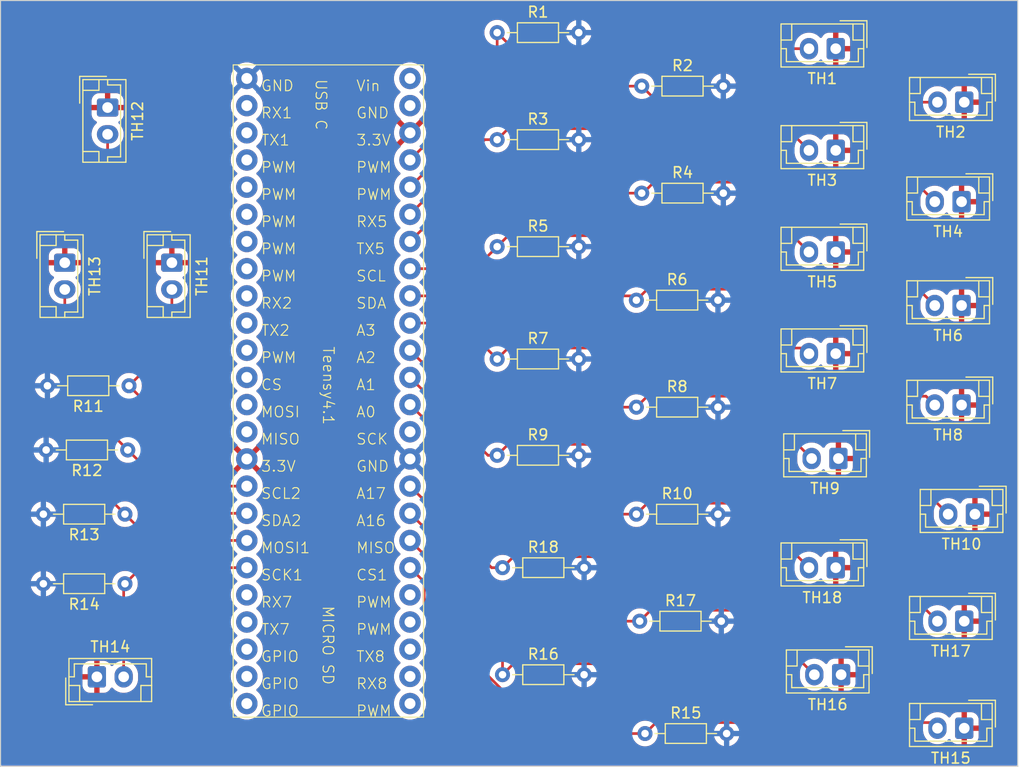
<source format=kicad_pcb>
(kicad_pcb (version 20240108) (generator "pcbnew") (generator_version "8.0")
  (layers (0 "F.Cu" signal) (31 "B.Cu" signal) (34 "B.Paste" user) (35 "F.Paste" user) (36 "B.SilkS" user "B.Silkscreen") (37 "F.SilkS" user "F.Silkscreen") (38 "B.Mask" user) (39 "F.Mask" user) (44 "Edge.Cuts" user))
  (net 0 "")
  (net 1 "Net-(Teensy4.1-SCL)")
  (net 2 "GND")
  (net 3 "Net-(Teensy4.1-SDA)")
  (net 4 "Net-(Teensy4.1-A3)")
  (net 5 "Net-(Teensy4.1-A2)")
  (net 6 "Net-(Teensy4.1-A1)")
  (net 7 "Net-(Teensy4.1-A0)")
  (net 8 "Net-(Teensy4.1-MOSI1)")
  (net 20 "Net-(R1-Pad1)")
  (net 29 "Net-(R2-Pad1)")
  (net 30 "Net-(Teensy4.1-RX5)")
  (net 31 "Net-(Teensy4.1-TX5)")
  (net 32 "Net-(Teensy4.1-SCL2)")
  (net 33 "Net-(Teensy4.1-SDA2)")
  (net 35 "Net-(Teensy4.1-SCK1)")
  (net 36 "Net-(Teensy4.1-CS1)")
  (net 37 "Net-(R16-Pad1)")
  (net 38 "Net-(Teensy4.1-A16)")
  (net 39 "Net-(Teensy4.1-A17)")
  (net 43 "+3.3V")
  (footprint "Resistor_THT:R_Axial_DIN0204_L3.6mm_D1.6mm_P7.62mm_Horizontal" (layer "F.Cu") (at 140.88 119)
    (property "Reference" "R16" (at 3.81 -1.92 0) (layer "F.SilkS"))
    (property "Value" "10kΩ")
    (pad "1" thru_hole circle (at 0 0) (size 1.4 1.4) (drill 0.7) (layers "*.Cu" "*.Mask") (net 37 "Net-(R16-Pad1)"))
    (pad "2" thru_hole oval (at 7.62 0) (size 1.4 1.4) (drill 0.7) (layers "*.Cu" "*.Mask") (net 2 "GND"))
  )
  (footprint "Resistor_THT:R_Axial_DIN0204_L3.6mm_D1.6mm_P7.62mm_Horizontal" (layer "F.Cu") (at 105.62 104 180)
    (property "Reference" "R13" (at 3.81 -1.92 0) (layer "F.SilkS"))
    (property "Value" "10kΩ")
    (pad "1" thru_hole circle (at 0 0 180) (size 1.4 1.4) (drill 0.7) (layers "*.Cu" "*.Mask") (net 8 "Net-(Teensy4.1-MOSI1)"))
    (pad "2" thru_hole oval (at 7.62 0 180) (size 1.4 1.4) (drill 0.7) (layers "*.Cu" "*.Mask") (net 2 "GND"))
  )
  (footprint "Resistor_THT:R_Axial_DIN0204_L3.6mm_D1.6mm_P7.62mm_Horizontal" (layer "F.Cu") (at 153.38 104)
    (property "Reference" "R10" (at 3.81 -1.92 0) (layer "F.SilkS"))
    (property "Value" "10kΩ")
    (pad "1" thru_hole circle (at 0 0) (size 1.4 1.4) (drill 0.7) (layers "*.Cu" "*.Mask") (net 7 "Net-(Teensy4.1-A0)"))
    (pad "2" thru_hole oval (at 7.62 0) (size 1.4 1.4) (drill 0.7) (layers "*.Cu" "*.Mask") (net 2 "GND"))
  )
  (footprint "Breakout Boards:Teensy_4.1" (layer "F.Cu") (at 124.62 92.49)
    (property "Reference" "Teensy4.1" (at 0 -0.5 -90) (layer "F.SilkS") (effects (font (thickness 0.1))))
    (property "Value" "~")
    (fp_text user "RX5" (at 2.54 -15.24 0) (layer "F.SilkS") (effects (font (thickness 0.1)) (justify left bottom)))
    (fp_text user "PWM" (at 2.54 -17.78 0) (layer "F.SilkS") (effects (font (thickness 0.1)) (justify left bottom)))
    (fp_text user "PWM" (at -6.35 -15.24 0) (layer "F.SilkS") (effects (font (thickness 0.1)) (justify left bottom)))
    (fp_text user "A16" (at 2.54 12.7 0) (layer "F.SilkS") (effects (font (thickness 0.1)) (justify left bottom)))
    (fp_text user "PWM" (at -6.35 -10.16 0) (layer "F.SilkS") (effects (font (thickness 0.1)) (justify left bottom)))
    (fp_text user "SCK" (at 2.54 5.08 0) (layer "F.SilkS") (effects (font (thickness 0.1)) (justify left bottom)))
    (fp_text user "USB C" (at -1.27 -29.21 -90) (layer "F.SilkS") (effects (font (thickness 0.1)) (justify left bottom)))
    (fp_text user "TX1" (at -6.35 -22.86 0) (layer "F.SilkS") (effects (font (thickness 0.1)) (justify left bottom)))
    (fp_text user "A1" (at 2.54 0 0) (layer "F.SilkS") (effects (font (thickness 0.1)) (justify left bottom)))
    (fp_text user "MOSI1" (at -6.35 15.24 0) (layer "F.SilkS") (effects (font (thickness 0.1)) (justify left bottom)))
    (fp_text user "RX7" (at -6.35 20.32 0) (layer "F.SilkS") (effects (font (thickness 0.1)) (justify left bottom)))
    (fp_text user "CS" (at -6.35 0 0) (layer "F.SilkS") (effects (font (thickness 0.1)) (justify left bottom)))
    (fp_text user "3.3V" (at -6.35 7.62 0) (layer "F.SilkS") (effects (font (thickness 0.1)) (justify left bottom)))
    (fp_text user "SCK1" (at -6.35 17.78 0) (layer "F.SilkS") (effects (font (thickness 0.1)) (justify left bottom)))
    (fp_text user "TX2" (at -6.35 -5.08 0) (layer "F.SilkS") (effects (font (thickness 0.1)) (justify left bottom)))
    (fp_text user "SCL" (at 2.54 -10.16 0) (layer "F.SilkS") (effects (font (thickness 0.1)) (justify left bottom)))
    (fp_text user "PWM" (at 2.54 -20.32 0) (layer "F.SilkS") (effects (font (thickness 0.1)) (justify left bottom)))
    (fp_text user "MISO" (at -6.35 5.08 0) (layer "F.SilkS") (effects (font (thickness 0.1)) (justify left bottom)))
    (fp_text user "GPIO" (at -6.35 30.48 0) (layer "F.SilkS") (effects (font (thickness 0.1)) (justify left bottom)))
    (fp_text user "GPIO" (at -6.35 25.4 0) (layer "F.SilkS") (effects (font (thickness 0.1)) (justify left bottom)))
    (fp_text user "A3" (at 2.54 -5.08 0) (layer "F.SilkS") (effects (font (thickness 0.1)) (justify left bottom)))
    (fp_text user "A0" (at 2.54 2.54 0) (layer "F.SilkS") (effects (font (thickness 0.1)) (justify left bottom)))
    (fp_text user "MISO" (at 2.54 15.24 0) (layer "F.SilkS") (effects (font (thickness 0.1)) (justify left bottom)))
    (fp_text user "TX5" (at 2.54 -12.7 0) (layer "F.SilkS") (effects (font (thickness 0.1)) (justify left bottom)))
    (fp_text user "3.3V" (at 2.54 -22.86 0) (layer "F.SilkS") (effects (font (thickness 0.1)) (justify left bottom)))
    (fp_text user "SCL2" (at -6.35 10.16 0) (layer "F.SilkS") (effects (font (thickness 0.1)) (justify left bottom)))
    (fp_text user "RX8" (at 2.54 27.94 0) (layer "F.SilkS") (effects (font (thickness 0.1)) (justify left bottom)))
    (fp_text user "PWM" (at -6.35 -20.32 0) (layer "F.SilkS") (effects (font (thickness 0.1)) (justify left bottom)))
    (fp_text user "PWM" (at -6.35 -2.54 0) (layer "F.SilkS") (effects (font (thickness 0.1)) (justify left bottom)))
    (fp_text user "CS1" (at 2.54 17.78 0) (layer "F.SilkS") (effects (font (thickness 0.1)) (justify left bottom)))
    (fp_text user "TX8" (at 2.54 25.4 0) (layer "F.SilkS") (effects (font (thickness 0.1)) (justify left bottom)))
    (fp_text user "GND" (at 2.54 7.62 0) (layer "F.SilkS") (effects (font (thickness 0.1)) (justify left bottom)))
    (fp_text user "GND" (at 2.54 -25.4 0) (layer "F.SilkS") (effects (font (thickness 0.1)) (justify left bottom)))
    (fp_text user "RX1" (at -6.35 -25.4 0) (layer "F.SilkS") (effects (font (thickness 0.1)) (justify left bottom)))
    (fp_text user "SDA2" (at -6.35 12.7 0) (layer "F.SilkS") (effects (font (thickness 0.1)) (justify left bottom)))
    (fp_text user "TX7" (at -6.35 22.86 0) (layer "F.SilkS") (effects (font (thickness 0.1)) (justify left bottom)))
    (fp_text user "MICRO SD" (at -0.62 20.01 -90) (layer "F.SilkS") (effects (font (thickness 0.1)) (justify left bottom)))
    (fp_text user "PWM" (at 2.54 20.32 0) (layer "F.SilkS") (effects (font (thickness 0.1)) (justify left bottom)))
    (fp_text user "Vin" (at 2.54 -27.94 0) (layer "F.SilkS") (effects (font (thickness 0.1)) (justify left bottom)))
    (fp_text user "A2" (at 2.54 -2.54 0) (layer "F.SilkS") (effects (font (thickness 0.1)) (justify left bottom)))
    (fp_text user "GPIO" (at -6.35 27.94 0) (layer "F.SilkS") (effects (font (thickness 0.1)) (justify left bottom)))
    (fp_text user "PWM" (at -6.35 -12.7 0) (layer "F.SilkS") (effects (font (thickness 0.1)) (justify left bottom)))
    (fp_text user "PWM" (at 2.54 30.48 0) (layer "F.SilkS") (effects (font (thickness 0.1)) (justify left bottom)))
    (fp_text user "PWM" (at 2.54 22.86 0) (layer "F.SilkS") (effects (font (thickness 0.1)) (justify left bottom)))
    (fp_text user "A17" (at 2.54 10.16 0) (layer "F.SilkS") (effects (font (thickness 0.1)) (justify left bottom)))
    (fp_text user "PWM" (at -6.35 -17.78 0) (layer "F.SilkS") (effects (font (thickness 0.1)) (justify left bottom)))
    (fp_text user "SDA" (at 2.54 -7.62 0) (layer "F.SilkS") (effects (font (thickness 0.1)) (justify left bottom)))
    (fp_text user "GND" (at -6.35 -27.94 0) (layer "F.SilkS") (effects (font (thickness 0.1)) (justify left bottom)))
    (fp_text user "RX2" (at -6.35 -7.62 0) (layer "F.SilkS") (effects (font (thickness 0.1)) (justify left bottom)))
    (fp_text user "MOSI" (at -6.35 2.54 0) (layer "F.SilkS") (effects (font (thickness 0.1)) (justify left bottom)))
    (pad "0" thru_hole circle (at -7.62 -29.21) (size 2 2) (drill 1.02) (layers "*.Cu" "*.Mask") (net 2 "GND"))
    (pad "1" thru_hole circle (at -7.62 -26.67) (size 2 2) (drill 1.02) (layers "*.Cu" "*.Mask"))
    (pad "2" thru_hole circle (at -7.62 -24.13) (size 2 2) (drill 1.02) (layers "*.Cu" "*.Mask"))
    (pad "3" thru_hole circle (at -7.62 -21.59) (size 2 2) (drill 1.02) (layers "*.Cu" "*.Mask"))
    (pad "4" thru_hole circle (at -7.62 -19.05) (size 2 2) (drill 1.02) (layers "*.Cu" "*.Mask"))
    (pad "5" thru_hole circle (at -7.62 -16.51) (size 2 2) (drill 1.02) (layers "*.Cu" "*.Mask"))
    (pad "6" thru_hole circle (at -7.62 -13.97) (size 2 2) (drill 1.02) (layers "*.Cu" "*.Mask"))
    (pad "7" thru_hole circle (at -7.62 -11.43) (size 2 2) (drill 1.02) (layers "*.Cu" "*.Mask"))
    (pad "8" thru_hole circle (at -7.62 -8.89) (size 2 2) (drill 1.02) (layers "*.Cu" "*.Mask"))
    (pad "9" thru_hole circle (at -7.62 -6.35) (size 2 2) (drill 1.02) (layers "*.Cu" "*.Mask"))
    (pad "10" thru_hole circle (at -7.62 -3.81) (size 2 2) (drill 1.02) (layers "*.Cu" "*.Mask"))
    (pad "11" thru_hole circle (at -7.62 -1.27) (size 2 2) (drill 1.02) (layers "*.Cu" "*.Mask"))
    (pad "12" thru_hole circle (at -7.62 1.27) (size 2 2) (drill 1.02) (layers "*.Cu" "*.Mask"))
    (pad "13" thru_hole circle (at -7.62 3.81) (size 2 2) (drill 1.02) (layers "*.Cu" "*.Mask"))
    (pad "14" thru_hole circle (at -7.62 6.35) (size 2 2) (drill 1.02) (layers "*.Cu" "*.Mask") (net 43 "+3.3V"))
    (pad "15" thru_hole circle (at -7.62 8.89) (size 2 2) (drill 1.02) (layers "*.Cu" "*.Mask") (net 32 "Net-(Teensy4.1-SCL2)"))
    (pad "16" thru_hole circle (at -7.62 11.43) (size 2 2) (drill 1.02) (layers "*.Cu" "*.Mask") (net 33 "Net-(Teensy4.1-SDA2)"))
    (pad "17" thru_hole circle (at -7.62 13.97) (size 2 2) (drill 1.02) (layers "*.Cu" "*.Mask") (net 8 "Net-(Teensy4.1-MOSI1)"))
    (pad "18" thru_hole circle (at -7.62 16.51) (size 2 2) (drill 1.02) (layers "*.Cu" "*.Mask") (net 35 "Net-(Teensy4.1-SCK1)"))
    (pad "19" thru_hole circle (at -7.62 19.05) (size 2 2) (drill 1.02) (layers "*.Cu" "*.Mask"))
    (pad "20" thru_hole circle (at -7.62 21.59) (size 2 2) (drill 1.02) (layers "*.Cu" "*.Mask"))
    (pad "21" thru_hole circle (at -7.62 24.13) (size 2 2) (drill 1.02) (layers "*.Cu" "*.Mask"))
    (pad "22" thru_hole circle (at -7.62 26.67) (size 2 2) (drill 1.02) (layers "*.Cu" "*.Mask"))
    (pad "23" thru_hole circle (at -7.62 29.21) (size 2 2) (drill 1.02) (layers "*.Cu" "*.Mask"))
    (pad "24" thru_hole circle (at 7.62 29.21) (size 2 2) (drill 1.02) (layers "*.Cu" "*.Mask"))
    (pad "25" thru_hole circle (at 7.62 26.67) (size 2 2) (drill 1.02) (layers "*.Cu" "*.Mask"))
    (pad "26" thru_hole circle (at 7.62 24.13) (size 2 2) (drill 1.02) (layers "*.Cu" "*.Mask"))
    (pad "27" thru_hole circle (at 7.62 21.59) (size 2 2) (drill 1.02) (layers "*.Cu" "*.Mask"))
    (pad "28" thru_hole circle (at 7.62 19.05) (size 2 2) (drill 1.02) (layers "*.Cu" "*.Mask"))
    (pad "29" thru_hole circle (at 7.62 16.51) (size 2 2) (drill 1.02) (layers "*.Cu" "*.Mask") (net 36 "Net-(Teensy4.1-CS1)"))
    (pad "30" thru_hole circle (at 7.62 13.97) (size 2 2) (drill 1.02) (layers "*.Cu" "*.Mask") (net 37 "Net-(R16-Pad1)"))
    (pad "31" thru_hole circle (at 7.62 11.43) (size 2 2) (drill 1.02) (layers "*.Cu" "*.Mask") (net 38 "Net-(Teensy4.1-A16)"))
    (pad "32" thru_hole circle (at 7.62 8.89) (size 2 2) (drill 1.02) (layers "*.Cu" "*.Mask") (net 39 "Net-(Teensy4.1-A17)"))
    (pad "33" thru_hole circle (at 7.62 6.35) (size 2 2) (drill 1.02) (layers "*.Cu" "*.Mask") (net 2 "GND"))
    (pad "34" thru_hole circle (at 7.62 3.81) (size 2 2) (drill 1.02) (layers "*.Cu" "*.Mask"))
    (pad "35" thru_hole circle (at 7.62 1.27) (size 2 2) (drill 1.02) (layers "*.Cu" "*.Mask") (net 7 "Net-(Teensy4.1-A0)"))
    (pad "36" thru_hole circle (at 7.62 -1.27) (size 2 2) (drill 1.02) (layers "*.Cu" "*.Mask") (net 6 "Net-(Teensy4.1-A1)"))
    (pad "37" thru_hole circle (at 7.62 -3.81) (size 2 2) (drill 1.02) (layers "*.Cu" "*.Mask") (net 5 "Net-(Teensy4.1-A2)"))
    (pad "38" thru_hole circle (at 7.62 -6.35) (size 2 2) (drill 1.02) (layers "*.Cu" "*.Mask") (net 4 "Net-(Teensy4.1-A3)"))
    (pad "39" thru_hole circle (at 7.62 -8.89) (size 2 2) (drill 1.02) (layers "*.Cu" "*.Mask") (net 3 "Net-(Teensy4.1-SDA)"))
    (pad "40" thru_hole circle (at 7.62 -11.43) (size 2 2) (drill 1.02) (layers "*.Cu" "*.Mask") (net 1 "Net-(Teensy4.1-SCL)"))
    (pad "41" thru_hole circle (at 7.62 -13.97) (size 2 2) (drill 1.02) (layers "*.Cu" "*.Mask") (net 31 "Net-(Teensy4.1-TX5)"))
    (pad "42" thru_hole circle (at 7.62 -16.51) (size 2 2) (drill 1.02) (layers "*.Cu" "*.Mask") (net 30 "Net-(Teensy4.1-RX5)"))
    (pad "43" thru_hole circle (at 7.62 -19.05) (size 2 2) (drill 1.02) (layers "*.Cu" "*.Mask") (net 29 "Net-(R2-Pad1)"))
    (pad "44" thru_hole circle (at 7.62 -21.59) (size 2 2) (drill 1.02) (layers "*.Cu" "*.Mask") (net 20 "Net-(R1-Pad1)"))
    (pad "45" thru_hole circle (at 7.62 -24.13) (size 2 2) (drill 1.02) (layers "*.Cu" "*.Mask") (net 43 "+3.3V"))
    (pad "46" thru_hole circle (at 7.62 -26.67) (size 2 2) (drill 1.02) (layers "*.Cu" "*.Mask"))
    (pad "47" thru_hole circle (at 7.62 -29.21) (size 2 2) (drill 1.02) (layers "*.Cu" "*.Mask"))
  )
  (footprint "Resistor_THT:R_Axial_DIN0204_L3.6mm_D1.6mm_P7.62mm_Horizontal" (layer "F.Cu") (at 105.88 98 180)
    (property "Reference" "R12" (at 3.81 -1.92 0) (layer "F.SilkS"))
    (property "Value" "10kΩ")
    (pad "1" thru_hole circle (at 0 0 180) (size 1.4 1.4) (drill 0.7) (layers "*.Cu" "*.Mask") (net 33 "Net-(Teensy4.1-SDA2)"))
    (pad "2" thru_hole oval (at 7.62 0 180) (size 1.4 1.4) (drill 0.7) (layers "*.Cu" "*.Mask") (net 2 "GND"))
  )
  (footprint "Connector_JST:JST_EH_B2B-EH-A_1x02_P2.50mm_Vertical" (layer "F.Cu") (at 184 124 180)
    (property "Reference" "TH15" (at 1.25 -2.8 0) (layer "F.SilkS"))
    (property "Value" "Thermistor_NTC")
    (pad "1" thru_hole roundrect (at 0 0 180) (size 1.7 2) (drill 1) (layers "*.Cu" "*.Mask") (roundrect_rratio 0.147059) (net 43 "+3.3V"))
    (pad "2" thru_hole oval (at 2.5 0 180) (size 1.7 2) (drill 1) (layers "*.Cu" "*.Mask") (net 36 "Net-(Teensy4.1-CS1)"))
  )
  (footprint "Connector_JST:JST_EH_B2B-EH-A_1x02_P2.50mm_Vertical" (layer "F.Cu") (at 172 60.5 180)
    (property "Reference" "TH1" (at 1.25 -2.8 0) (layer "F.SilkS"))
    (property "Value" "Thermistor_NTC")
    (pad "1" thru_hole roundrect (at 0 0 180) (size 1.7 2) (drill 1) (layers "*.Cu" "*.Mask") (roundrect_rratio 0.147059) (net 43 "+3.3V"))
    (pad "2" thru_hole oval (at 2.5 0 180) (size 1.7 2) (drill 1) (layers "*.Cu" "*.Mask") (net 20 "Net-(R1-Pad1)"))
  )
  (footprint "Connector_JST:JST_EH_B2B-EH-A_1x02_P2.50mm_Vertical" (layer "F.Cu") (at 172 79.5 180)
    (property "Reference" "TH5" (at 1.25 -2.8 0) (layer "F.SilkS"))
    (property "Value" "Thermistor_NTC")
    (pad "1" thru_hole roundrect (at 0 0 180) (size 1.7 2) (drill 1) (layers "*.Cu" "*.Mask") (roundrect_rratio 0.147059) (net 43 "+3.3V"))
    (pad "2" thru_hole oval (at 2.5 0 180) (size 1.7 2) (drill 1) (layers "*.Cu" "*.Mask") (net 1 "Net-(Teensy4.1-SCL)"))
  )
  (footprint "Connector_JST:JST_EH_B2B-EH-A_1x02_P2.50mm_Vertical" (layer "F.Cu") (at 183.75 74.8 180)
    (property "Reference" "TH4" (at 1.25 -2.8 0) (layer "F.SilkS"))
    (property "Value" "Thermistor_NTC")
    (pad "1" thru_hole roundrect (at 0 0 180) (size 1.7 2) (drill 1) (layers "*.Cu" "*.Mask") (roundrect_rratio 0.147059) (net 43 "+3.3V"))
    (pad "2" thru_hole oval (at 2.5 0 180) (size 1.7 2) (drill 1) (layers "*.Cu" "*.Mask") (net 31 "Net-(Teensy4.1-TX5)"))
  )
  (footprint "Resistor_THT:R_Axial_DIN0204_L3.6mm_D1.6mm_P7.62mm_Horizontal" (layer "F.Cu") (at 153.38 84)
    (property "Reference" "R6" (at 3.81 -1.92 0) (layer "F.SilkS"))
    (property "Value" "10kΩ")
    (pad "1" thru_hole circle (at 0 0) (size 1.4 1.4) (drill 0.7) (layers "*.Cu" "*.Mask") (net 3 "Net-(Teensy4.1-SDA)"))
    (pad "2" thru_hole oval (at 7.62 0) (size 1.4 1.4) (drill 0.7) (layers "*.Cu" "*.Mask") (net 2 "GND"))
  )
  (footprint "Connector_JST:JST_EH_B2B-EH-A_1x02_P2.50mm_Vertical" (layer "F.Cu") (at 110 80.5 -90)
    (property "Reference" "TH11" (at 1.25 -2.8 90) (layer "F.SilkS"))
    (property "Value" "Thermistor_NTC")
    (pad "1" thru_hole roundrect (at 0 0 270) (size 1.7 2) (drill 1) (layers "*.Cu" "*.Mask") (roundrect_rratio 0.147059) (net 43 "+3.3V"))
    (pad "2" thru_hole oval (at 2.5 0 270) (size 1.7 2) (drill 1) (layers "*.Cu" "*.Mask") (net 32 "Net-(Teensy4.1-SCL2)"))
  )
  (footprint "Resistor_THT:R_Axial_DIN0204_L3.6mm_D1.6mm_P7.62mm_Horizontal" (layer "F.Cu") (at 140.38 98.5)
    (property "Reference" "R9" (at 3.81 -1.92 0) (layer "F.SilkS"))
    (property "Value" "10kΩ")
    (pad "1" thru_hole circle (at 0 0) (size 1.4 1.4) (drill 0.7) (layers "*.Cu" "*.Mask") (net 6 "Net-(Teensy4.1-A1)"))
    (pad "2" thru_hole oval (at 7.62 0) (size 1.4 1.4) (drill 0.7) (layers "*.Cu" "*.Mask") (net 2 "GND"))
  )
  (footprint "Resistor_THT:R_Axial_DIN0204_L3.6mm_D1.6mm_P7.62mm_Horizontal" (layer "F.Cu") (at 140.38 89.5)
    (property "Reference" "R7" (at 3.81 -1.92 0) (layer "F.SilkS"))
    (property "Value" "10kΩ")
    (pad "1" thru_hole circle (at 0 0) (size 1.4 1.4) (drill 0.7) (layers "*.Cu" "*.Mask") (net 4 "Net-(Teensy4.1-A3)"))
    (pad "2" thru_hole oval (at 7.62 0) (size 1.4 1.4) (drill 0.7) (layers "*.Cu" "*.Mask") (net 2 "GND"))
  )
  (footprint "Connector_JST:JST_EH_B2B-EH-A_1x02_P2.50mm_Vertical" (layer "F.Cu") (at 183.75 93.8 180)
    (property "Reference" "TH8" (at 1.25 -2.8 0) (layer "F.SilkS"))
    (property "Value" "Thermistor_NTC")
    (pad "1" thru_hole roundrect (at 0 0 180) (size 1.7 2) (drill 1) (layers "*.Cu" "*.Mask") (roundrect_rratio 0.147059) (net 43 "+3.3V"))
    (pad "2" thru_hole oval (at 2.5 0 180) (size 1.7 2) (drill 1) (layers "*.Cu" "*.Mask") (net 5 "Net-(Teensy4.1-A2)"))
  )
  (footprint "Resistor_THT:R_Axial_DIN0204_L3.6mm_D1.6mm_P7.62mm_Horizontal" (layer "F.Cu") (at 140.38 69)
    (property "Reference" "R3" (at 3.81 -1.92 0) (layer "F.SilkS"))
    (property "Value" "10kΩ")
    (pad "1" thru_hole circle (at 0 0) (size 1.4 1.4) (drill 0.7) (layers "*.Cu" "*.Mask") (net 30 "Net-(Teensy4.1-RX5)"))
    (pad "2" thru_hole oval (at 7.62 0) (size 1.4 1.4) (drill 0.7) (layers "*.Cu" "*.Mask") (net 2 "GND"))
  )
  (footprint "Connector_JST:JST_EH_B2B-EH-A_1x02_P2.50mm_Vertical" (layer "F.Cu") (at 184 65.5 180)
    (property "Reference" "TH2" (at 1.25 -2.8 0) (layer "F.SilkS"))
    (property "Value" "Thermistor_NTC")
    (pad "1" thru_hole roundrect (at 0 0 180) (size 1.7 2) (drill 1) (layers "*.Cu" "*.Mask") (roundrect_rratio 0.147059) (net 43 "+3.3V"))
    (pad "2" thru_hole oval (at 2.5 0 180) (size 1.7 2) (drill 1) (layers "*.Cu" "*.Mask") (net 29 "Net-(R2-Pad1)"))
  )
  (footprint "Resistor_THT:R_Axial_DIN0204_L3.6mm_D1.6mm_P7.62mm_Horizontal" (layer "F.Cu") (at 140.88 109)
    (property "Reference" "R18" (at 3.81 -1.92 0) (layer "F.SilkS"))
    (property "Value" "10kΩ")
    (pad "1" thru_hole circle (at 0 0) (size 1.4 1.4) (drill 0.7) (layers "*.Cu" "*.Mask") (net 39 "Net-(Teensy4.1-A17)"))
    (pad "2" thru_hole oval (at 7.62 0) (size 1.4 1.4) (drill 0.7) (layers "*.Cu" "*.Mask") (net 2 "GND"))
  )
  (footprint "Resistor_THT:R_Axial_DIN0204_L3.6mm_D1.6mm_P7.62mm_Horizontal" (layer "F.Cu") (at 153.69 114)
    (property "Reference" "R17" (at 3.81 -1.92 0) (layer "F.SilkS"))
    (property "Value" "10kΩ")
    (pad "1" thru_hole circle (at 0 0) (size 1.4 1.4) (drill 0.7) (layers "*.Cu" "*.Mask") (net 38 "Net-(Teensy4.1-A16)"))
    (pad "2" thru_hole oval (at 7.62 0) (size 1.4 1.4) (drill 0.7) (layers "*.Cu" "*.Mask") (net 2 "GND"))
  )
  (footprint "Connector_JST:JST_EH_B2B-EH-A_1x02_P2.50mm_Vertical" (layer "F.Cu") (at 172 89 180)
    (property "Reference" "TH7" (at 1.25 -2.8 0) (layer "F.SilkS"))
    (property "Value" "Thermistor_NTC")
    (pad "1" thru_hole roundrect (at 0 0 180) (size 1.7 2) (drill 1) (layers "*.Cu" "*.Mask") (roundrect_rratio 0.147059) (net 43 "+3.3V"))
    (pad "2" thru_hole oval (at 2.5 0 180) (size 1.7 2) (drill 1) (layers "*.Cu" "*.Mask") (net 4 "Net-(Teensy4.1-A3)"))
  )
  (footprint "Resistor_THT:R_Axial_DIN0204_L3.6mm_D1.6mm_P7.62mm_Horizontal" (layer "F.Cu") (at 153.88 74)
    (property "Reference" "R4" (at 3.81 -1.92 0) (layer "F.SilkS"))
    (property "Value" "10kΩ")
    (pad "1" thru_hole circle (at 0 0) (size 1.4 1.4) (drill 0.7) (layers "*.Cu" "*.Mask") (net 31 "Net-(Teensy4.1-TX5)"))
    (pad "2" thru_hole oval (at 7.62 0) (size 1.4 1.4) (drill 0.7) (layers "*.Cu" "*.Mask") (net 2 "GND"))
  )
  (footprint "Resistor_THT:R_Axial_DIN0204_L3.6mm_D1.6mm_P7.62mm_Horizontal" (layer "F.Cu") (at 140.38 59)
    (property "Reference" "R1" (at 3.81 -1.92 0) (layer "F.SilkS"))
    (property "Value" "10kΩ")
    (pad "1" thru_hole circle (at 0 0) (size 1.4 1.4) (drill 0.7) (layers "*.Cu" "*.Mask") (net 20 "Net-(R1-Pad1)"))
    (pad "2" thru_hole oval (at 7.62 0) (size 1.4 1.4) (drill 0.7) (layers "*.Cu" "*.Mask") (net 2 "GND"))
  )
  (footprint "Resistor_THT:R_Axial_DIN0204_L3.6mm_D1.6mm_P7.62mm_Horizontal" (layer "F.Cu") (at 105.62 110.5 180)
    (property "Reference" "R14" (at 3.81 -1.92 0) (layer "F.SilkS"))
    (property "Value" "10kΩ")
    (pad "1" thru_hole circle (at 0 0 180) (size 1.4 1.4) (drill 0.7) (layers "*.Cu" "*.Mask") (net 35 "Net-(Teensy4.1-SCK1)"))
    (pad "2" thru_hole oval (at 7.62 0 180) (size 1.4 1.4) (drill 0.7) (layers "*.Cu" "*.Mask") (net 2 "GND"))
  )
  (footprint "Connector_JST:JST_EH_B2B-EH-A_1x02_P2.50mm_Vertical" (layer "F.Cu") (at 104 66 -90)
    (property "Reference" "TH12" (at 1.25 -2.8 90) (layer "F.SilkS"))
    (property "Value" "Thermistor_NTC")
    (pad "1" thru_hole roundrect (at 0 0 270) (size 1.7 2) (drill 1) (layers "*.Cu" "*.Mask") (roundrect_rratio 0.147059) (net 43 "+3.3V"))
    (pad "2" thru_hole oval (at 2.5 0 270) (size 1.7 2) (drill 1) (layers "*.Cu" "*.Mask") (net 33 "Net-(Teensy4.1-SDA2)"))
  )
  (footprint "Connector_JST:JST_EH_B2B-EH-A_1x02_P2.50mm_Vertical" (layer "F.Cu") (at 100 80.5 -90)
    (property "Reference" "TH13" (at 1.25 -2.8 90) (layer "F.SilkS"))
    (property "Value" "Thermistor_NTC")
    (pad "1" thru_hole roundrect (at 0 0 270) (size 1.7 2) (drill 1) (layers "*.Cu" "*.Mask") (roundrect_rratio 0.147059) (net 43 "+3.3V"))
    (pad "2" thru_hole oval (at 2.5 0 270) (size 1.7 2) (drill 1) (layers "*.Cu" "*.Mask") (net 8 "Net-(Teensy4.1-MOSI1)"))
  )
  (footprint "Resistor_THT:R_Axial_DIN0204_L3.6mm_D1.6mm_P7.62mm_Horizontal" (layer "F.Cu") (at 153.88 64)
    (property "Reference" "R2" (at 3.81 -1.92 0) (layer "F.SilkS"))
    (property "Value" "10kΩ")
    (pad "1" thru_hole circle (at 0 0) (size 1.4 1.4) (drill 0.7) (layers "*.Cu" "*.Mask") (net 29 "Net-(R2-Pad1)"))
    (pad "2" thru_hole oval (at 7.62 0) (size 1.4 1.4) (drill 0.7) (layers "*.Cu" "*.Mask") (net 2 "GND"))
  )
  (footprint "Connector_JST:JST_EH_B2B-EH-A_1x02_P2.50mm_Vertical" (layer "F.Cu") (at 172 70 180)
    (property "Reference" "TH3" (at 1.25 -2.8 0) (layer "F.SilkS"))
    (property "Value" "Thermistor_NTC")
    (pad "1" thru_hole roundrect (at 0 0 180) (size 1.7 2) (drill 1) (layers "*.Cu" "*.Mask") (roundrect_rratio 0.147059) (net 43 "+3.3V"))
    (pad "2" thru_hole oval (at 2.5 0 180) (size 1.7 2) (drill 1) (layers "*.Cu" "*.Mask") (net 30 "Net-(Teensy4.1-RX5)"))
  )
  (footprint "Resistor_THT:R_Axial_DIN0204_L3.6mm_D1.6mm_P7.62mm_Horizontal" (layer "F.Cu") (at 140.38 79)
    (property "Reference" "R5" (at 3.81 -1.92 0) (layer "F.SilkS"))
    (property "Value" "10kΩ")
    (pad "1" thru_hole circle (at 0 0) (size 1.4 1.4) (drill 0.7) (layers "*.Cu" "*.Mask") (net 1 "Net-(Teensy4.1-SCL)"))
    (pad "2" thru_hole oval (at 7.62 0) (size 1.4 1.4) (drill 0.7) (layers "*.Cu" "*.Mask") (net 2 "GND"))
  )
  (footprint "Connector_JST:JST_EH_B2B-EH-A_1x02_P2.50mm_Vertical" (layer "F.Cu") (at 172 109 180)
    (property "Reference" "TH18" (at 1.25 -2.8 0) (layer "F.SilkS"))
    (property "Value" "Thermistor_NTC")
    (pad "1" thru_hole roundrect (at 0 0 180) (size 1.7 2) (drill 1) (layers "*.Cu" "*.Mask") (roundrect_rratio 0.147059) (net 43 "+3.3V"))
    (pad "2" thru_hole oval (at 2.5 0 180) (size 1.7 2) (drill 1) (layers "*.Cu" "*.Mask") (net 39 "Net-(Teensy4.1-A17)"))
  )
  (footprint "Connector_JST:JST_EH_B2B-EH-A_1x02_P2.50mm_Vertical" (layer "F.Cu") (at 103 119.2)
    (property "Reference" "TH14" (at 1.25 -2.8 0) (layer "F.SilkS"))
    (property "Value" "Thermistor_NTC")
    (pad "1" thru_hole roundrect (at 0 0) (size 1.7 2) (drill 1) (layers "*.Cu" "*.Mask") (roundrect_rratio 0.147059) (net 43 "+3.3V"))
    (pad "2" thru_hole oval (at 2.5 0) (size 1.7 2) (drill 1) (layers "*.Cu" "*.Mask") (net 35 "Net-(Teensy4.1-SCK1)"))
  )
  (footprint "Connector_JST:JST_EH_B2B-EH-A_1x02_P2.50mm_Vertical" (layer "F.Cu") (at 172.5 119 180)
    (property "Reference" "TH16" (at 1.25 -2.8 0) (layer "F.SilkS"))
    (property "Value" "Thermistor_NTC")
    (pad "1" thru_hole roundrect (at 0 0 180) (size 1.7 2) (drill 1) (layers "*.Cu" "*.Mask") (roundrect_rratio 0.147059) (net 43 "+3.3V"))
    (pad "2" thru_hole oval (at 2.5 0 180) (size 1.7 2) (drill 1) (layers "*.Cu" "*.Mask") (net 37 "Net-(R16-Pad1)"))
  )
  (footprint "Resistor_THT:R_Axial_DIN0204_L3.6mm_D1.6mm_P7.62mm_Horizontal" (layer "F.Cu") (at 153.38 94)
    (property "Reference" "R8" (at 3.81 -1.92 0) (layer "F.SilkS"))
    (property "Value" "10kΩ")
    (pad "1" thru_hole circle (at 0 0) (size 1.4 1.4) (drill 0.7) (layers "*.Cu" "*.Mask") (net 5 "Net-(Teensy4.1-A2)"))
    (pad "2" thru_hole oval (at 7.62 0) (size 1.4 1.4) (drill 0.7) (layers "*.Cu" "*.Mask") (net 2 "GND"))
  )
  (footprint "Connector_JST:JST_EH_B2B-EH-A_1x02_P2.50mm_Vertical" (layer "F.Cu") (at 185 104 180)
    (property "Reference" "TH10" (at 1.25 -2.8 0) (layer "F.SilkS"))
    (property "Value" "Thermistor_NTC")
    (pad "1" thru_hole roundrect (at 0 0 180) (size 1.7 2) (drill 1) (layers "*.Cu" "*.Mask") (roundrect_rratio 0.147059) (net 43 "+3.3V"))
    (pad "2" thru_hole oval (at 2.5 0 180) (size 1.7 2) (drill 1) (layers "*.Cu" "*.Mask") (net 7 "Net-(Teensy4.1-A0)"))
  )
  (footprint "Connector_JST:JST_EH_B2B-EH-A_1x02_P2.50mm_Vertical" (layer "F.Cu") (at 184 114 180)
    (property "Reference" "TH17" (at 1.25 -2.8 0) (layer "F.SilkS"))
    (property "Value" "Thermistor_NTC")
    (pad "1" thru_hole roundrect (at 0 0 180) (size 1.7 2) (drill 1) (layers "*.Cu" "*.Mask") (roundrect_rratio 0.147059) (net 43 "+3.3V"))
    (pad "2" thru_hole oval (at 2.5 0 180) (size 1.7 2) (drill 1) (layers "*.Cu" "*.Mask") (net 38 "Net-(Teensy4.1-A16)"))
  )
  (footprint "Connector_JST:JST_EH_B2B-EH-A_1x02_P2.50mm_Vertical" (layer "F.Cu") (at 172.25 98.8 180)
    (property "Reference" "TH9" (at 1.25 -2.8 0) (layer "F.SilkS"))
    (property "Value" "Thermistor_NTC")
    (pad "1" thru_hole roundrect (at 0 0 180) (size 1.7 2) (drill 1) (layers "*.Cu" "*.Mask") (roundrect_rratio 0.147059) (net 43 "+3.3V"))
    (pad "2" thru_hole oval (at 2.5 0 180) (size 1.7 2) (drill 1) (layers "*.Cu" "*.Mask") (net 6 "Net-(Teensy4.1-A1)"))
  )
  (footprint "Resistor_THT:R_Axial_DIN0204_L3.6mm_D1.6mm_P7.62mm_Horizontal" (layer "F.Cu") (at 106 92 180)
    (property "Reference" "R11" (at 3.81 -1.92 0) (layer "F.SilkS"))
    (property "Value" "10kΩ")
    (pad "1" thru_hole circle (at 0 0 180) (size 1.4 1.4) (drill 0.7) (layers "*.Cu" "*.Mask") (net 32 "Net-(Teensy4.1-SCL2)"))
    (pad "2" thru_hole oval (at 7.62 0 180) (size 1.4 1.4) (drill 0.7) (layers "*.Cu" "*.Mask") (net 2 "GND"))
  )
  (footprint "Connector_JST:JST_EH_B2B-EH-A_1x02_P2.50mm_Vertical" (layer "F.Cu") (at 183.75 84.5 180)
    (property "Reference" "TH6" (at 1.25 -2.8 0) (layer "F.SilkS"))
    (property "Value" "Thermistor_NTC")
    (pad "1" thru_hole roundrect (at 0 0 180) (size 1.7 2) (drill 1) (layers "*.Cu" "*.Mask") (roundrect_rratio 0.147059) (net 43 "+3.3V"))
    (pad "2" thru_hole oval (at 2.5 0 180) (size 1.7 2) (drill 1) (layers "*.Cu" "*.Mask") (net 3 "Net-(Teensy4.1-SDA)"))
  )
  (footprint "Resistor_THT:R_Axial_DIN0204_L3.6mm_D1.6mm_P7.62mm_Horizontal" (layer "F.Cu") (at 154.19 124.5)
    (property "Reference" "R15" (at 3.81 -1.92 0) (layer "F.SilkS"))
    (property "Value" "10kΩ")
    (pad "1" thru_hole circle (at 0 0) (size 1.4 1.4) (drill 0.7) (layers "*.Cu" "*.Mask") (net 36 "Net-(Teensy4.1-CS1)"))
    (pad "2" thru_hole oval (at 7.62 0) (size 1.4 1.4) (drill 0.7) (layers "*.Cu" "*.Mask") (net 2 "GND"))
  )
  (gr_rect (start 94 56) (end 189 127.6) (stroke (width 0.1)) (fill none) (layer "Edge.Cuts"))
  (segment (start 140.38 79) (end 141.405 77.975) (width 0.25) (layer "F.Cu") (net 1))
  (segment (start 167.975 77.975) (end 169.5 79.5) (width 0.25) (layer "F.Cu") (net 1))
  (segment (start 138.32 81.06) (end 140.38 79) (width 0.25) (layer "F.Cu") (net 1))
  (segment (start 141.405 77.975) (end 167.975 77.975) (width 0.25) (layer "F.Cu") (net 1))
  (segment (start 132.24 81.06) (end 138.32 81.06) (width 0.25) (layer "F.Cu") (net 1))
  (segment (start 179.725 82.975) (end 181.25 84.5) (width 0.25) (layer "F.Cu") (net 3))
  (segment (start 154.405 82.975) (end 179.725 82.975) (width 0.25) (layer "F.Cu") (net 3))
  (segment (start 152.98 83.6) (end 153.38 84) (width 0.25) (layer "F.Cu") (net 3))
  (segment (start 153.38 84) (end 154.405 82.975) (width 0.25) (layer "F.Cu") (net 3))
  (segment (start 132.24 83.6) (end 152.98 83.6) (width 0.25) (layer "F.Cu") (net 3))
  (segment (start 140.38 89.5) (end 141.405 88.475) (width 0.25) (layer "F.Cu") (net 4))
  (segment (start 132.24 86.14) (end 137.02 86.14) (width 0.25) (layer "F.Cu") (net 4))
  (segment (start 137.02 86.14) (end 140.38 89.5) (width 0.25) (layer "F.Cu") (net 4))
  (segment (start 141.405 88.475) (end 168.975 88.475) (width 0.25) (layer "F.Cu") (net 4))
  (segment (start 168.975 88.475) (end 169.5 89) (width 0.25) (layer "F.Cu") (net 4))
  (segment (start 137.56 94) (end 153.38 94) (width 0.25) (layer "F.Cu") (net 5))
  (segment (start 180.425 92.975) (end 181.25 93.8) (width 0.25) (layer "F.Cu") (net 5))
  (segment (start 132.24 88.68) (end 137.56 94) (width 0.25) (layer "F.Cu") (net 5))
  (segment (start 154.405 92.975) (end 180.425 92.975) (width 0.25) (layer "F.Cu") (net 5))
  (segment (start 153.38 94) (end 154.405 92.975) (width 0.25) (layer "F.Cu") (net 5))
  (segment (start 139.52 98.5) (end 140.38 98.5) (width 0.25) (layer "F.Cu") (net 6))
  (segment (start 168.425 97.475) (end 169.75 98.8) (width 0.25) (layer "F.Cu") (net 6))
  (segment (start 132.24 91.22) (end 139.52 98.5) (width 0.25) (layer "F.Cu") (net 6))
  (segment (start 140.38 98.5) (end 141.405 97.475) (width 0.25) (layer "F.Cu") (net 6))
  (segment (start 141.405 97.475) (end 168.425 97.475) (width 0.25) (layer "F.Cu") (net 6))
  (segment (start 132.24 93.76) (end 142.48 104) (width 0.25) (layer "F.Cu") (net 7))
  (segment (start 142.48 104) (end 153.38 104) (width 0.25) (layer "F.Cu") (net 7))
  (segment (start 154.405 102.975) (end 181.475 102.975) (width 0.25) (layer "F.Cu") (net 7))
  (segment (start 153.38 104) (end 154.405 102.975) (width 0.25) (layer "F.Cu") (net 7))
  (segment (start 181.475 102.975) (end 182.5 104) (width 0.25) (layer "F.Cu") (net 7))
  (segment (start 108.08 106.46) (end 105.62 104) (width 0.25) (layer "F.Cu") (net 8))
  (segment (start 100 98.38) (end 105.62 104) (width 0.25) (layer "F.Cu") (net 8))
  (segment (start 117 106.46) (end 108.08 106.46) (width 0.25) (layer "F.Cu") (net 8))
  (segment (start 100 83) (end 100 98.38) (width 0.25) (layer "F.Cu") (net 8))
  (segment (start 141.88 60.5) (end 169.5 60.5) (width 0.25) (layer "F.Cu") (net 20))
  (segment (start 132.24 70.9) (end 140.38 62.76) (width 0.25) (layer "F.Cu") (net 20))
  (segment (start 140.38 59) (end 141.88 60.5) (width 0.25) (layer "F.Cu") (net 20))
  (segment (start 140.38 62.76) (end 140.38 59) (width 0.25) (layer "F.Cu") (net 20))
  (segment (start 132.24 73.44) (end 141.68 64) (width 0.25) (layer "F.Cu") (net 29))
  (segment (start 153.88 64) (end 155.38 65.5) (width 0.25) (layer "F.Cu") (net 29))
  (segment (start 141.68 64) (end 153.88 64) (width 0.25) (layer "F.Cu") (net 29))
  (segment (start 155.38 65.5) (end 181.5 65.5) (width 0.25) (layer "F.Cu") (net 29))
  (segment (start 141.405 67.975) (end 167.475 67.975) (width 0.25) (layer "F.Cu") (net 30))
  (segment (start 139.22 69) (end 140.38 69) (width 0.25) (layer "F.Cu") (net 30))
  (segment (start 167.475 67.975) (end 169.5 70) (width 0.25) (layer "F.Cu") (net 30))
  (segment (start 132.24 75.98) (end 139.22 69) (width 0.25) (layer "F.Cu") (net 30))
  (segment (start 140.38 69) (end 141.405 67.975) (width 0.25) (layer "F.Cu") (net 30))
  (segment (start 136.76 74) (end 153.88 74) (width 0.25) (layer "F.Cu") (net 31))
  (segment (start 153.88 74) (end 154 74) (width 0.25) (layer "F.Cu") (net 31))
  (segment (start 155.025 72.975) (end 179.425 72.975) (width 0.25) (layer "F.Cu") (net 31))
  (segment (start 179.425 72.975) (end 181.25 74.8) (width 0.25) (layer "F.Cu") (net 31))
  (segment (start 132.24 78.52) (end 136.76 74) (width 0.25) (layer "F.Cu") (net 31))
  (segment (start 154 74) (end 155.025 72.975) (width 0.25) (layer "F.Cu") (net 31))
  (segment (start 106 92) (end 110 88) (width 0.25) (layer "F.Cu") (net 32))
  (segment (start 106 92) (end 115.38 101.38) (width 0.25) (layer "F.Cu") (net 32))
  (segment (start 110 88) (end 110 83) (width 0.25) (layer "F.Cu") (net 32))
  (segment (start 115.38 101.38) (end 117 101.38) (width 0.25) (layer "F.Cu") (net 32))
  (segment (start 111.8 103.92) (end 105.88 98) (width 0.25) (layer "F.Cu") (net 33))
  (segment (start 117 103.92) (end 111.8 103.92) (width 0.25) (layer "F.Cu") (net 33))
  (segment (start 104 96.12) (end 104 68.5) (width 0.25) (layer "F.Cu") (net 33))
  (segment (start 105.88 98) (end 104 96.12) (width 0.25) (layer "F.Cu") (net 33))
  (segment (start 105.62 110.5) (end 105.62 110.62) (width 0.25) (layer "F.Cu") (net 35))
  (segment (start 105.5 110.74) (end 105.5 119.2) (width 0.25) (layer "F.Cu") (net 35))
  (segment (start 117 109) (end 107.12 109) (width 0.25) (layer "F.Cu") (net 35))
  (segment (start 107.12 109) (end 105.62 110.5) (width 0.25) (layer "F.Cu") (net 35))
  (segment (start 105.62 110.62) (end 105.5 110.74) (width 0.25) (layer "F.Cu") (net 35))
  (segment (start 154.19 124.5) (end 155.215 123.475) (width 0.25) (layer "F.Cu") (net 36))
  (segment (start 155.215 123.475) (end 180.975 123.475) (width 0.25) (layer "F.Cu") (net 36))
  (segment (start 132.24 109) (end 133.565 110.325) (width 0.25) (layer "F.Cu") (net 36))
  (segment (start 133.565 113.134569) (end 144.930431 124.5) (width 0.25) (layer "F.Cu") (net 36))
  (segment (start 144.930431 124.5) (end 154.19 124.5) (width 0.25) (layer "F.Cu") (net 36))
  (segment (start 133.565 110.325) (end 133.565 113.134569) (width 0.25) (layer "F.Cu") (net 36))
  (segment (start 180.975 123.475) (end 181.5 124) (width 0.25) (layer "F.Cu") (net 36))
  (segment (start 140.88 115.1) (end 140.88 119) (width 0.25) (layer "F.Cu") (net 37))
  (segment (start 141.905 117.975) (end 168.975 117.975) (width 0.25) (layer "F.Cu") (net 37))
  (segment (start 140.88 119) (end 141.905 117.975) (width 0.25) (layer "F.Cu") (net 37))
  (segment (start 132.24 106.46) (end 140.88 115.1) (width 0.25) (layer "F.Cu") (net 37))
  (segment (start 168.975 117.975) (end 170 119) (width 0.25) (layer "F.Cu") (net 37))
  (segment (start 153.69 114) (end 154.715 112.975) (width 0.25) (layer "F.Cu") (net 38))
  (segment (start 142.32 114) (end 153.69 114) (width 0.25) (layer "F.Cu") (net 38))
  (segment (start 154.715 112.975) (end 180.475 112.975) (width 0.25) (layer "F.Cu") (net 38))
  (segment (start 180.475 112.975) (end 181.5 114) (width 0.25) (layer "F.Cu") (net 38))
  (segment (start 132.24 103.92) (end 142.32 114) (width 0.25) (layer "F.Cu") (net 38))
  (segment (start 168.475 107.975) (end 169.5 109) (width 0.25) (layer "F.Cu") (net 39))
  (segment (start 141.905 107.975) (end 168.475 107.975) (width 0.25) (layer "F.Cu") (net 39))
  (segment (start 139.86 109) (end 140.88 109) (width 0.25) (layer "F.Cu") (net 39))
  (segment (start 140.88 109) (end 141.905 107.975) (width 0.25) (layer "F.Cu") (net 39))
  (segment (start 132.24 101.38) (end 139.86 109) (width 0.25) (layer "F.Cu") (net 39))
  (zone (net 43) (net_name "+3.3V") (layer "F.Cu") (priority 1) (connect_pads (clearance 0.5)) (min_thickness 0.25) (fill yes (thermal_gap 0.5) (thermal_bridge_width 0.5))
    (polygon (pts (xy 94 56) (xy 189 56) (xy 189 127.5) (xy 94 127.5)))
  )
  (zone (net 2) (net_name "GND") (layer "B.Cu") (connect_pads (clearance 0.5)) (min_thickness 0.25) (fill yes (thermal_gap 0.5) (thermal_bridge_width 0.5))
    (polygon (pts (xy 94 56) (xy 189 56) (xy 189 127.5) (xy 94 127.5)))
  )
)
</source>
